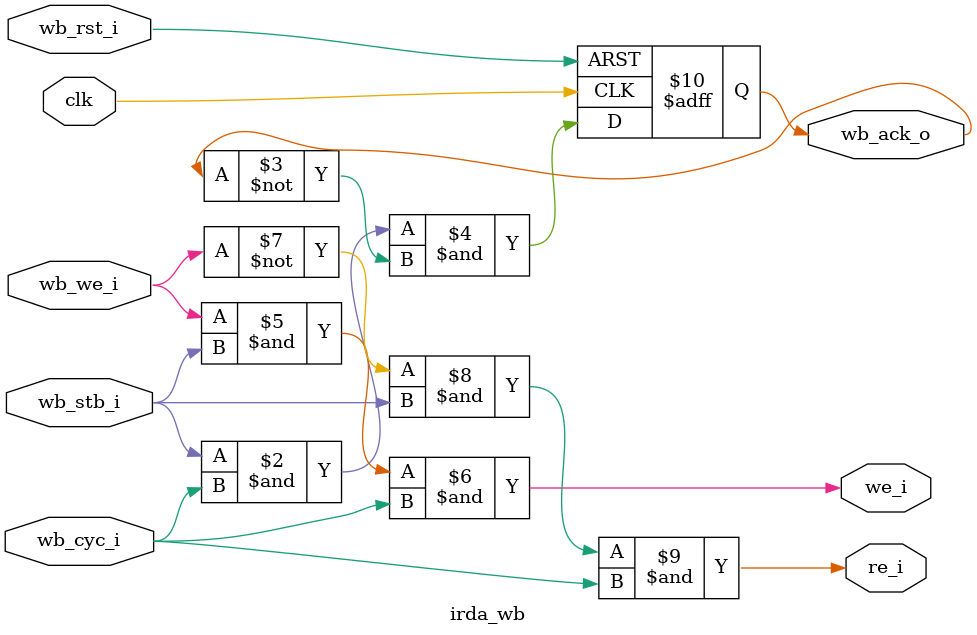
<source format=v>
`include "irda_defines.v"

module irda_wb (clk, wb_rst_i, wb_stb_i, wb_cyc_i,  wb_we_i, wb_ack_o, we_i, re_i);

input			clk;
input			wb_rst_i;
input			wb_stb_i;
input			wb_cyc_i;
input			wb_we_i;
output		wb_ack_o;
output		we_i;		// Write enable output for the registers
output		re_i;    // Read enable from the core
reg			wb_ack_o;

always @(posedge clk or posedge wb_rst_i)
begin
	if (wb_rst_i) begin
		wb_ack_o <= #1 0;
	end else begin
		wb_ack_o <= #1 wb_stb_i & wb_cyc_i & ~wb_ack_o; // one clock delay on acknowledge output
	end
end

assign we_i = wb_we_i & wb_stb_i & wb_cyc_i;
assign re_i = ~wb_we_i & wb_stb_i & wb_cyc_i;

endmodule

</source>
